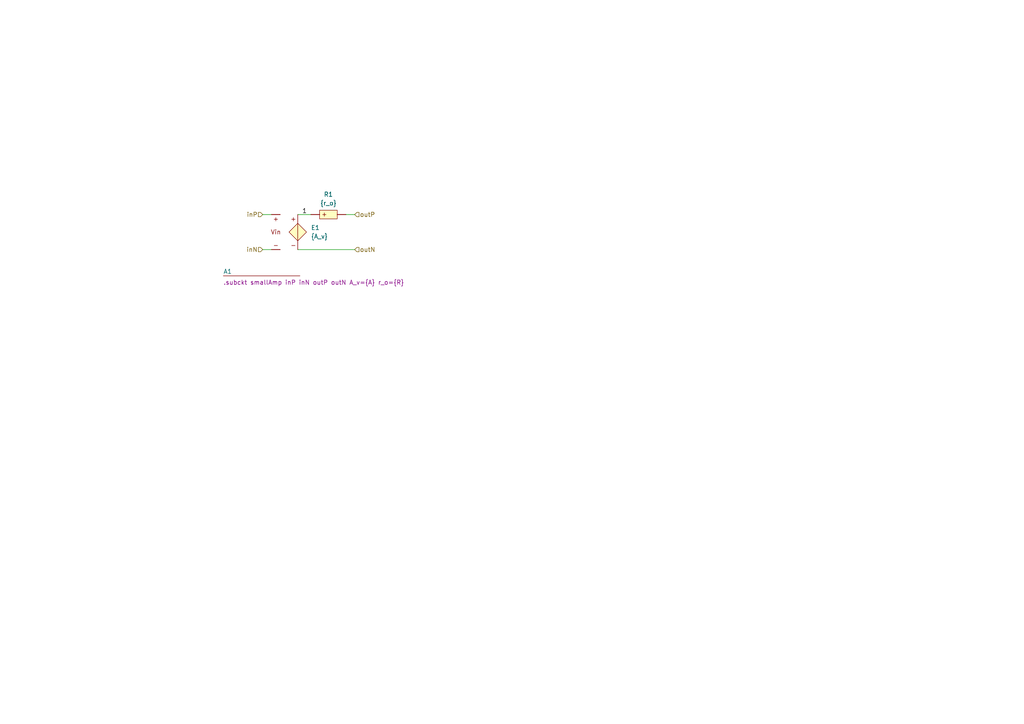
<source format=kicad_sch>
(kicad_sch (version 20250114) (generator "eeschema") (generator_version "9.0")
  (paper "A4")
  (lib_symbols
    (symbol "SLiCAP:Command" (pin_numbers (hide yes)) (pin_names (offset 0) (hide yes))
      (property "Reference" "A?" (at 0 1.27 0))
      (property "command" "?" (at 0 -1.905 0))
      (symbol "Command_0_1"
        (polyline (pts (xy 0 0) (xy 22.225 0)))
      )
    )
    (symbol "SLiCAP:E" (pin_numbers (hide yes)) (pin_names (offset 0) (hide yes))
      (property "Reference" "E?" (at 3.175 1.27 0))
      (property "Value" "?" (at 3.175 -1.27 0) (show_name))
      (symbol "E_0_0"
        (text "+" (at -6.35 3.81 0) (effects (font (size 1.27 1.27))))
        (text "-" (at -6.35 -3.81 0) (effects (font (size 1.27 1.27))))
        (text "+" (at -1.27 3.81 0) (effects (font (size 1.27 1.27))))
        (text "-" (at -1.27 -3.81 0) (effects (font (size 1.27 1.27))))
      )
      (symbol "E_0_1"
        (polyline (pts (xy 0 2.54) (xy 0 -2.54)))
      )
      (symbol "E_1_0"
        (pin power_out line (at 0 5.08 270) (length 2.54) (name "outP") (number "1"))
        (pin power_out line (at 0 -5.08 90) (length 2.54) (name "outN") (number "2"))
      )
      (symbol "E_1_1"
        (polyline (pts (xy 0 2.54) (xy -2.54 0) (xy 0 -2.54) (xy 2.54 0) (xy 0 2.54)) (fill (type background)))
        (text "Vin" (at -6.35 0 0) (effects (font (size 1.27 1.27))))
        (pin input line (at -7.62 5.08 0) (length 2.54) (name "inp") (number "3"))
        (pin input line (at -7.62 -5.08 0) (length 2.54) (name "inN") (number "4"))
      )
    )
    (symbol "SLiCAP:R" (pin_numbers (hide yes)) (pin_names (offset 1.016) (hide yes))
      (property "Reference" "R?" (at 1.905 3.81 0))
      (property "Value" "?" (at 1.905 1.905 0) (show_name))
      (property "noisetemp" "0" (at 1.905 0 0) (show_name))
      (property "noiseflow" "0" (at 15.24 0 0) (show_name))
      (property "dcvar" "0" (at 1.905 -1.905 0) (show_name))
      (property "dcvarlot" "0" (at 15.24 -1.905 0) (show_name))
      (symbol "R_0_0"
        (text "+" (at 0 1.27 0) (effects (font (size 1.27 1.27))))
      )
      (symbol "R_1_0"
        (pin passive line (at 0 5.08 270) (length 2.54) (name "1") (number "1"))
        (pin passive line (at 0 -5.08 90) (length 2.54) (name "2") (number "2"))
      )
      (symbol "R_1_1"
        (rectangle (start -1.27 2.54) (end 1.27 -2.54) (fill (type background)))
      )
    )
  )
  (wire (pts (xy 76.2 62.23) (xy 78.74 62.23)))
  (wire (pts (xy 86.36 72.39) (xy 102.87 72.39)))
  (wire (pts (xy 76.2 72.39) (xy 78.74 72.39)))
  (wire (pts (xy 102.87 62.23) (xy 100.33 62.23)))
  (wire (pts (xy 90.17 62.23) (xy 86.36 62.23)))
  (label "1" (at 87.63 62.23 0))
  (hierarchical_label "inN" (shape input) (at 76.2 72.39 180))
  (hierarchical_label "inP" (shape input) (at 76.2 62.23 180))
  (hierarchical_label "outP" (shape input) (at 102.87 62.23 0))
  (hierarchical_label "outN" (shape input) (at 102.87 72.39 0))
  (symbol (lib_id "SLiCAP:Command") (at 64.77 80.01 0) (unit 1)
    (property "Reference" "A1" (at 64.77 78.74 0) (effects (justify left)))
    (property "Description" "SLiCAP command (.lib, .param, .model. subckt}" (effects (hide yes)))
    (property "command" ".subckt smallAmp inP inN outP outN A_v={A} r_o={R}" (at 64.77 81.915 0) (effects (justify left)))
  )
  (symbol (lib_id "SLiCAP:E") (at 86.36 67.31 0) (unit 1)
    (property "Reference" "E1" (at 90.17 66.0399 0) (effects (justify left)))
    (property "Value" "{A_v}" (at 90.17 68.5799 0) (effects (justify left)))
    (property "Description" "Voltage-controlled voltage source" (effects (hide yes)))
    (property "model" "E" (effects (hide yes)))
  )
  (symbol (lib_id "SLiCAP:R") (at 95.25 62.23 90) (unit 1)
    (property "Reference" "R1" (at 95.25 56.388 90))
    (property "Value" "{r_o}" (at 95.25 58.928 90))
    (property "Description" "Resistor (cannot have zero resistance)" (effects (hide yes)))
    (property "model" "R" (effects (hide yes)))
    (property "noisetemp" "0" (effects (hide yes)))
    (property "noiseflow" "0" (effects (hide yes)))
    (property "dcvar" "0" (effects (hide yes)))
    (property "dcvarlot" "0" (effects (hide yes)))
  )
)
</source>
